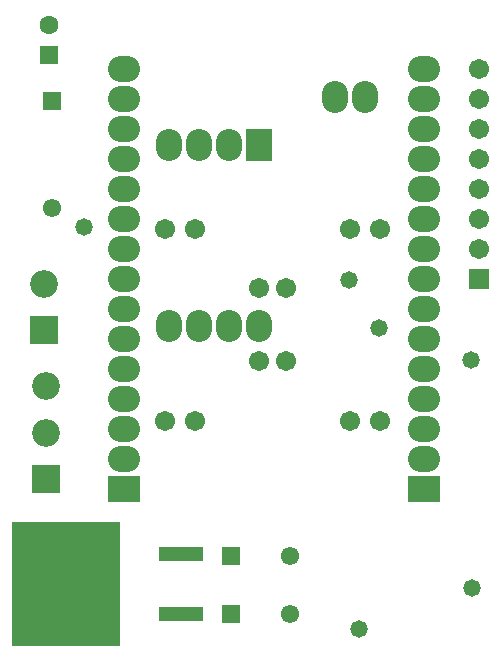
<source format=gbr>
G04*
G04 #@! TF.GenerationSoftware,Altium Limited,Altium Designer,25.4.2 (15)*
G04*
G04 Layer_Color=8388736*
%FSLAX44Y44*%
%MOMM*%
G71*
G04*
G04 #@! TF.SameCoordinates,0D125D48-EFC7-4563-9314-FCFFD8E44349*
G04*
G04*
G04 #@! TF.FilePolarity,Negative*
G04*
G01*
G75*
%ADD16R,9.2032X10.5532*%
%ADD17R,3.7032X1.1532*%
%ADD18C,1.7032*%
%ADD19C,1.5532*%
%ADD20R,1.5532X1.5532*%
%ADD21O,2.2032X2.7032*%
%ADD22R,2.2032X2.7032*%
%ADD23R,1.7032X1.7032*%
%ADD24O,2.7032X2.2032*%
%ADD25R,2.7032X2.2032*%
%ADD26C,2.3532*%
%ADD27R,2.3532X2.3532*%
%ADD28C,1.6032*%
%ADD29R,1.6032X1.6032*%
%ADD30R,1.5532X1.5532*%
%ADD31C,1.4732*%
D16*
X58000Y56250D02*
D03*
D17*
X155500Y81650D02*
D03*
Y30850D02*
D03*
D18*
X221250Y245000D02*
D03*
Y306554D02*
D03*
X244000D02*
D03*
Y245000D02*
D03*
X407500Y339900D02*
D03*
Y365300D02*
D03*
Y390700D02*
D03*
Y416100D02*
D03*
Y441500D02*
D03*
Y466900D02*
D03*
Y492300D02*
D03*
X141750Y357060D02*
D03*
X167150D02*
D03*
X323500Y194500D02*
D03*
X298100D02*
D03*
Y357060D02*
D03*
X323500D02*
D03*
X167150Y194500D02*
D03*
X141750D02*
D03*
D19*
X247750Y30500D02*
D03*
Y79750D02*
D03*
X46250Y374750D02*
D03*
D20*
X197750Y30500D02*
D03*
Y79750D02*
D03*
D21*
X285450Y468800D02*
D03*
X310850D02*
D03*
X145050Y274600D02*
D03*
X170450D02*
D03*
X195850D02*
D03*
X221250D02*
D03*
X145050Y428000D02*
D03*
X170450D02*
D03*
X195850D02*
D03*
D22*
X221250D02*
D03*
D23*
X407500Y314500D02*
D03*
D24*
X360500Y492300D02*
D03*
Y466900D02*
D03*
Y441500D02*
D03*
Y416100D02*
D03*
Y390700D02*
D03*
Y365300D02*
D03*
Y339900D02*
D03*
Y314500D02*
D03*
Y289100D02*
D03*
Y263700D02*
D03*
Y238300D02*
D03*
Y212900D02*
D03*
Y187500D02*
D03*
Y162100D02*
D03*
X106500Y212900D02*
D03*
Y492300D02*
D03*
Y466900D02*
D03*
Y441500D02*
D03*
Y416100D02*
D03*
Y390700D02*
D03*
Y365300D02*
D03*
Y339900D02*
D03*
Y314500D02*
D03*
Y289100D02*
D03*
Y263700D02*
D03*
Y238300D02*
D03*
Y187500D02*
D03*
Y162100D02*
D03*
D25*
X360500Y136700D02*
D03*
X106500D02*
D03*
D26*
X40750Y223850D02*
D03*
Y184250D02*
D03*
X39250Y310500D02*
D03*
D27*
X40750Y144650D02*
D03*
X39250Y270900D02*
D03*
D28*
X43750Y529701D02*
D03*
D29*
Y504300D02*
D03*
D30*
X46250Y464750D02*
D03*
D31*
X73250Y358750D02*
D03*
X322500Y272500D02*
D03*
X401500Y53000D02*
D03*
X297500Y313500D02*
D03*
X305750Y17750D02*
D03*
X400626Y246080D02*
D03*
M02*

</source>
